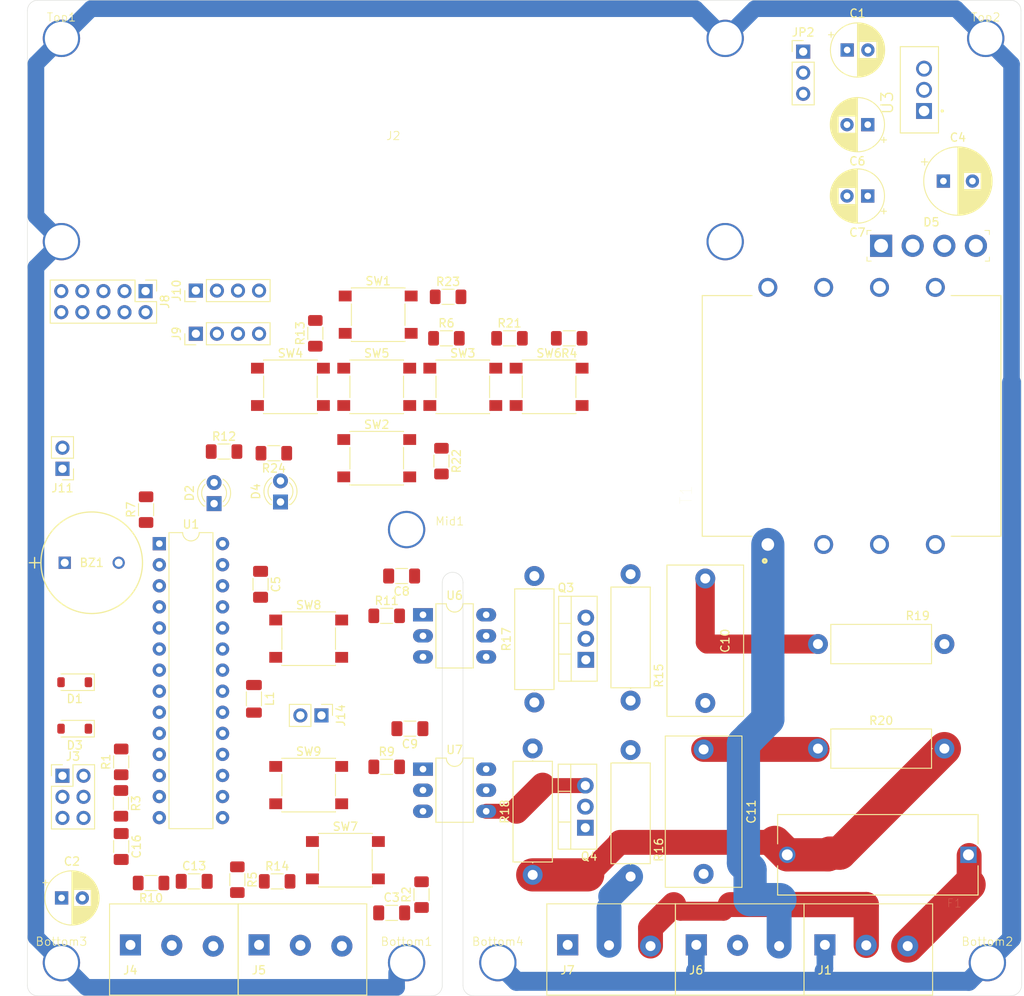
<source format=kicad_pcb>
(kicad_pcb (version 20221018) (generator pcbnew)
  (layers (0 "F.Cu" signal) (1 "In1.Cu" signal) (2 "In2.Cu" signal) (31 "B.Cu" signal) (34 "B.Paste" user) (35 "F.Paste" user) (36 "B.SilkS" user "B.Silkscreen") (37 "F.SilkS" user "F.Silkscreen") (38 "B.Mask" user) (39 "F.Mask" user) (44 "Edge.Cuts" user))
  (net 0 "")
  (net 1 "/5V1DIRTY")
  (net 2 "/driver-M2")
  (net 3 "Earth_Protective")
  (net 4 "AC")
  (net 5 "GNDREF")
  (net 6 "Net-(D5-AC-Pad2)")
  (net 7 "/driver-M1")
  (net 8 "Net-(D5-AC-Pad3)")
  (net 9 "Net-(D7-A)")
  (net 10 "/MOSI")
  (net 11 "/MISO")
  (net 12 "/SCK")
  (net 13 "/~{RESET}")
  (net 14 "/sensor1")
  (net 15 "/sensor2")
  (net 16 "/TRIAC AC M1")
  (net 17 "/TRIAC AC M2")
  (net 18 "VDD")
  (net 19 "+5V")
  (net 20 "/M1B")
  (net 25 "/M2B")
  (net 26 "Net-(C10-Pad1)")
  (net 27 "Net-(C11-Pad1)")
  (net 28 "/PB2")
  (net 29 "/TX")
  (net 30 "/RX")
  (net 31 "Net-(BZ1-+)")
  (net 32 "Net-(Q5-B)")
  (net 33 "/M1A")
  (net 34 "/M2A")
  (net 35 "/0-wire")
  (net 36 "/ACT")
  (net 37 "GND")
  (net 39 "Net-(R1-Pad1)")
  (net 40 "Net-(R4-Pad1)")
  (net 41 "Net-(R6-Pad1)")
  (net 42 "Net-(R13-Pad1)")
  (net 43 "Net-(R21-Pad1)")
  (net 44 "Net-(R22-Pad1)")
  (net 45 "Net-(R23-Pad1)")
  (net 46 "/UpSw")
  (net 47 "/DwnSw")
  (net 48 "/RightSw")
  (net 49 "/LeftSw")
  (net 50 "/SelSw")
  (net 51 "/RetSw")
  (net 52 "/AVCC")
  (net 55 "/sensor3")
  (net 56 "/SDA")
  (net 57 "/SCL")
  (net 59 "/SELA")
  (net 60 "/SELB")
  (net 61 "Net-(C5-Pad1)")
  (net 62 "Net-(D2-A)")
  (net 63 "Net-(D4-A)")
  (net 64 "Net-(R9-Pad1)")
  (net 65 "Net-(R11-Pad1)")
  (footprint "digikey-footprints:SIP-4_W3.81mm" (layer "F.Cu") (at 150.39 59.6)
    (fp_text reference "D5")
    (fp_text value "KBP04G")
  )
  (footprint "varaajamonitori:side3poscon" (layer "F.Cu") (at 143.6 143.9086)
    (fp_text reference "J1")
    (fp_text value "230Vin")
  )
  (footprint "varaajamonitori:side3poscon" (layer "F.Cu") (at 59.9 143.9172)
    (fp_text reference "J4")
    (fp_text value "SensorAAB")
  )
  (footprint "varaajamonitori:side3poscon" (layer "F.Cu") (at 75.4 143.9086)
    (fp_text reference "J5")
    (fp_text value "SensorBCC")
  )
  (footprint "varaajamonitori:side3poscon" (layer "F.Cu") (at 128.1 143.9086)
    (fp_text reference "J6")
    (fp_text value "RO1-230VAC-PUMP")
  )
  (footprint "varaajamonitori:side3poscon" (layer "F.Cu") (at 112.6 143.9086)
    (fp_text reference "J7")
    (fp_text value "RO2-230VAC-PUMP")
  )
  (footprint "Button_Switch_SMD:SW_Push_1P1T_NO_6x6mm_H9.5mm" (layer "F.Cu") (at 89.6 85.2)
    (fp_text reference "SW2")
    (fp_text value "DwnSw")
  )
  (footprint "Resistor_SMD:R_1206_3216Metric_Pad1.30x1.75mm_HandSolder" (layer "F.Cu") (at 98.2 65.75)
    (fp_text reference "R23")
    (fp_text value "10kR")
  )
  (footprint "Resistor_SMD:R_1206_3216Metric_Pad1.30x1.75mm_HandSolder" (layer "F.Cu") (at 112.8 70.75 180)
    (fp_text reference "R4")
    (fp_text value "10kR")
  )
  (footprint "Package_DIP:DIP-6_W7.62mm_LongPads" (layer "F.Cu") (at 95.175 122.675)
    (fp_text reference "U7")
    (fp_text value "MOC3020M")
  )
  (footprint "Resistor_SMD:R_1206_3216Metric_Pad1.30x1.75mm_HandSolder" (layer "F.Cu") (at 71.2 84.4)
    (fp_text reference "R12")
    (fp_text value "390R")
  )
  (footprint "Resistor_SMD:R_1206_3216Metric_Pad1.30x1.75mm_HandSolder" (layer "F.Cu") (at 72.8 136 -90)
    (fp_text reference "R5")
    (fp_text value "1000R")
  )
  (footprint "Package_DIP:DIP-28_W7.62mm" (layer "F.Cu") (at 63.4 95.5)
    (fp_text reference "U1")
    (fp_text value "ATmega328P-P")
  )
  (footprint "LED_THT:LED_D3.0mm" (layer "F.Cu") (at 70 90.675 90)
    (fp_text reference "D2")
    (fp_text value "LED")
  )
  (footprint "Resistor_THT:R_Axial_DIN0414_L11.9mm_D4.5mm_P15.24mm_Horizontal" (layer "F.Cu") (at 120.2 135.62 90)
    (fp_text reference "R16")
    (fp_text value "63R")
  )
  (footprint "Connector_PinHeader_2.54mm:PinHeader_1x04_P2.54mm_Vertical" (layer "F.Cu") (at 67.8 70.2 90)
    (fp_text reference "J9")
    (fp_text value "Conn_01x04_Socket" hide)
  )
  (footprint "Capacitor_SMD:C_1206_3216Metric_Pad1.33x1.80mm_HandSolder" (layer "F.Cu") (at 93.6 117.8 180)
    (fp_text reference "C9")
    (fp_text value "100nF")
  )
  (footprint "Resistor_SMD:R_1206_3216Metric_Pad1.30x1.75mm_HandSolder" (layer "F.Cu") (at 97.4 85.55 -90)
    (fp_text reference "R22")
    (fp_text value "10kR")
  )
  (footprint "Resistor_SMD:R_1206_3216Metric_Pad1.30x1.75mm_HandSolder" (layer "F.Cu") (at 95 137.8 90)
    (fp_text reference "R2")
    (fp_text value "1MR")
  )
  (footprint "varaajamonitori:Drill" (layer "F.Cu") (at 163 34.6)
    (fp_text reference "Top2")
    (fp_text value "Conn_01x01_Pin" hide)
  )
  (footprint "varaajamonitori:LCD1602 RGB MOD" (layer "F.Cu") (at 91.6 46.85)
    (fp_text reference "J2")
    (fp_text value locked "LCD1602RGB")
  )
  (footprint "Resistor_THT:R_Axial_DIN0414_L11.9mm_D4.5mm_P15.24mm_Horizontal" (layer "F.Cu") (at 142.78 120.2)
    (fp_text reference "R20")
    (fp_text value "47R")
  )
  (footprint "Package_DIP:DIP-6_W7.62mm_LongPads" (layer "F.Cu") (at 95.175 104.075)
    (fp_text reference "U6")
    (fp_text value "MOC3020M")
  )
  (footprint "Capacitor_SMD:C_1206_3216Metric_Pad1.33x1.80mm_HandSolder" (layer "F.Cu") (at 75.6 100.4 -90)
    (fp_text reference "C5")
    (fp_text value "100nF")
  )
  (footprint "4527:FUSE_4527" (layer "F.Cu") (at 150 133 180)
    (fp_text reference "F1")
    (fp_text value "4527")
  )
  (footprint "LED_THT:LED_D3.0mm" (layer "F.Cu") (at 78 90.475 90)
    (fp_text reference "D4")
    (fp_text value "LED")
  )
  (footprint "Capacitor_SMD:C_1206_3216Metric_Pad1.33x1.80mm_HandSolder" (layer "F.Cu") (at 58.8 132 -90)
    (fp_text reference "C16")
    (fp_text value "1uF")
  )
  (footprint "Connector_PinHeader_2.54mm:PinHeader_1x03_P2.54mm_Vertical" (layer "F.Cu") (at 141 36.2)
    (fp_text reference "JP2")
    (fp_text value "Jumper_3_Bridged12")
  )
  (footprint "Inductor_SMD:L_1206_3216Metric_Pad1.22x1.90mm_HandSolder" (layer "F.Cu") (at 74.8 114.2 -90)
    (fp_text reference "L1")
    (fp_text value "10uH")
  )
  (footprint "varaajamonitori:Drill" (layer "F.Cu") (at 51.6 146)
    (fp_text reference locked "Bottom3")
    (fp_text value "Conn_01x01_Pin" hide)
  )
  (footprint "Button_Switch_SMD:SW_Push_1P1T_NO_6x6mm_H9.5mm" (layer "F.Cu") (at 79.2 76.6)
    (fp_text reference "SW4")
    (fp_text value "LeftSw")
  )
  (footprint "Connector_PinHeader_2.54mm:PinHeader_1x04_P2.54mm_Vertical" (layer "F.Cu") (at 67.8 65 90)
    (fp_text reference "J10")
    (fp_text value "Conn_01x04_Socket")
  )
  (footprint "FS12-090-C2:XFMR_FS12-090-C2" (layer "F.Cu") (at 146.8345 80.106 90)
    (fp_text reference "T1")
    (fp_text value "FS12-090-C2")
  )
  (footprint "Resistor_SMD:R_1206_3216Metric_Pad1.30x1.75mm_HandSolder" (layer "F.Cu") (at 98 70.75)
    (fp_text reference "R6")
    (fp_text value "10kR")
  )
  (footprint "Resistor_SMD:R_1206_3216Metric_Pad1.30x1.75mm_HandSolder" (layer "F.Cu") (at 77.6 136.2)
    (fp_text reference "R14")
    (fp_text value "1000R")
  )
  (footprint "Button_Switch_SMD:SW_Push_1P1T_NO_6x6mm_H9.5mm" (layer "F.Cu") (at 85.825 133.65)
    (fp_text reference "SW7")
    (fp_text value "Reset")
  )
  (footprint "Connector_PinHeader_2.54mm:PinHeader_1x02_P2.54mm_Vertical" (layer "F.Cu") (at 82.94 116.2 -90)
    (fp_text reference "J14")
    (fp_text value "Conn_01x02_Socket" hide)
  )
  (footprint "Button_Switch_SMD:SW_Push_1P1T_NO_6x6mm_H9.5mm" (layer "F.Cu") (at 89.6 76.6)
    (fp_text reference "SW5")
    (fp_text value "SelSw")
  )
  (footprint "Resistor_THT:R_Axial_DIN0414_L11.9mm_D4.5mm_P15.24mm_Horizontal" (layer "F.Cu") (at 108.6 114.64 90)
    (fp_text reference "R17")
    (fp_text value "47R")
  )
  (footprint "varaajamonitori:Drill" (layer "F.Cu") (at 163.2 146)
    (fp_text reference locked "Bottom2")
    (fp_text value "Conn_01x01_Pin" hide)
  )
  (footprint "Button_Switch_SMD:SW_Push_1P1T_NO_6x6mm_H9.5mm" (layer "F.Cu") (at 89.775 67.9)
    (fp_text reference "SW1")
    (fp_text value "UpSw")
  )
  (footprint "Capacitor_SMD:C_1206_3216Metric_Pad1.33x1.80mm_HandSolder" (layer "F.Cu") (at 67.6 136.2)
    (fp_text reference "C13")
    (fp_text value "100nF")
  )
  (footprint "Resistor_SMD:R_1206_3216Metric_Pad1.30x1.75mm_HandSolder" (layer "F.Cu") (at 61.8 91.4 90)
    (fp_text reference "R7")
    (fp_text value "10kR")
  )
  (footprint "Resistor_SMD:R_1206_3216Metric_Pad1.30x1.75mm_HandSolder" (layer "F.Cu") (at 105.6 70.75)
    (fp_text reference "R21")
    (fp_text value "10kR")
  )
  (footprint "varaajamonitori2:TO255P1040X460X1968-3" (layer "F.Cu") (at 155.568 43.35 90)
    (fp_text reference "U3")
    (fp_text value "L7805CV")
  )
  (footprint "Resistor_SMD:R_1206_3216Metric_Pad1.30x1.75mm_HandSolder" (layer "F.Cu") (at 90.8 104.2)
    (fp_text reference "R11")
    (fp_text value "270R")
  )
  (footprint "Resistor_SMD:R_1206_3216Metric_Pad1.30x1.75mm_HandSolder" (layer "F.Cu") (at 77.2 84.6 180)
    (fp_text reference "R24")
    (fp_text value "390R")
  )
  (footprint "Capacitor_SMD:C_1206_3216Metric_Pad1.33x1.80mm_HandSolder" (layer "F.Cu") (at 92.6 99.4 180)
    (fp_text reference "C8")
    (fp_text value "100nF")
  )
  (footprint "Capacitor_THT:CP_Radial_D6.3mm_P2.50mm" (layer "F.Cu") (at 51.6176 138.2)
    (fp_text reference "C2")
    (fp_text value "10uf")
  )
  (footprint "Connector_PinHeader_2.54mm:PinHeader_2x05_P2.54mm_Vertical" (layer "F.Cu") (at 61.74 65.06 -90)
    (fp_text reference "J8")
    (fp_text value "AVR-ISP-10")
  )
  (footprint "footprints:CEM-1206S_CUD" (layer "F.Cu") (at 52 97.8)
    (fp_text reference "BZ1")
    (fp_text value "Buzzer")
  )
  (footprint "Capacitor_THT:CP_Radial_D6.3mm_P2.50mm" (layer "F.Cu") (at 148.7824 53.6 180)
    (fp_text reference "C7")
    (fp_text value "1uF")
  )
  (footprint "Diode_SMD:D_SOD-123" (layer "F.Cu") (at 53.2 117.8 180)
    (fp_text reference "D3")
    (fp_text value "1N4148W-TP")
  )
  (footprint "Button_Switch_SMD:SW_Push_1P1T_NO_6x6mm_H9.5mm" (layer "F.Cu") (at 110.375 76.6)
    (fp_text reference "SW6")
    (fp_text value "RetSw")
  )
  (footprint "Resistor_THT:R_Axial_DIN0414_L11.9mm_D4.5mm_P15.24mm_Horizontal" (layer "F.Cu") (at 108.4 135.42 90)
    (fp_text reference "R18")
    (fp_text value "47R")
  )
  (footprint "Button_Switch_SMD:SW_Push_1P1T_NO_6x6mm_H9.5mm" (layer "F.Cu") (at 81.4 124.6)
    (fp_text reference "SW9")
    (fp_text value "Test2")
  )
  (footprint "Capacitor_THT:CP_Radial_D8.0mm_P3.50mm" (layer "F.Cu") (at 157.9 51.8)
    (fp_text reference "C4")
    (fp_text value "1000uF")
  )
  (footprint "varaajamonitori:Drill" (layer "F.Cu") (at 51.6 34.6)
    (fp_text reference "Top1")
    (fp_text value "Conn_01x01_Pin" hide)
  )
  (footprint "Resistor_SMD:R_1206_3216Metric_Pad1.30x1.75mm_HandSolder" (layer "F.Cu") (at 58.77 126.8 -90)
    (fp_text reference "R3")
    (fp_text value "470R")
  )
  (footprint "Capacitor_SMD:C_1206_3216Metric_Pad1.33x1.80mm_HandSolder" (layer "F.Cu") (at 91.4 140)
    (fp_text reference "C3")
    (fp_text value "10nF")
  )
  (footprint "Capacitor_THT:C_Rect_L18.0mm_W9.0mm_P15.00mm_FKS3_FKP3" (layer "F.Cu") (at 129 120.3 -90)
    (fp_text reference "C11")
    (fp_text value "0uF22")
  )
  (footprint "Button_Switch_SMD:SW_Push_1P1T_NO_6x6mm_H9.5mm" (layer "F.Cu") (at 81.4 106.95)
    (fp_text reference "SW8")
    (fp_text value "Test1")
  )
  (footprint "Connector_PinHeader_2.54mm:PinHeader_1x02_P2.54mm_Vertical" (layer "F.Cu") (at 51.725 86.475 180)
    (fp_text reference "J11")
    (fp_text value "Conn_01x02_Socket")
  )
  (footprint "Capacitor_THT:C_Rect_L18.0mm_W9.0mm_P15.00mm_FKS3_FKP3" (layer "F.Cu") (at 129.2 99.7 -90)
    (fp_text reference "C10")
    (fp_text value "0uF22")
  )
  (footprint "Button_Switch_SMD:SW_Push_1P1T_NO_6x6mm_H9.5mm" (layer "F.Cu") (at 99.975 76.6)
    (fp_text reference "SW3")
    (fp_text value "RightSw")
  )
  (footprint "Resistor_SMD:R_1206_3216Metric_Pad1.30x1.75mm_HandSolder" (layer "F.Cu") (at 62.4 136.4 180)
    (fp_text reference "R10")
    (fp_text value "1000R")
  )
  (footprint "Resistor_THT:R_Axial_DIN0414_L11.9mm_D4.5mm_P15.24mm_Horizontal" (layer "F.Cu") (at 142.78 107.6)
    (fp_text reference "R19")
    (fp_text value "47R")
  )
  (footprint "Resistor_THT:R_Axial_DIN0414_L11.9mm_D4.5mm_P15.24mm_Horizontal" (layer "F.Cu") (at 120.2 114.42 90)
    (fp_text reference "R15")
    (fp_text value "63R")
  )
  (footprint "varaajamonitori:Drill" (layer "F.Cu") (at 93.2 93.8)
    (fp_text reference "Mid1")
    (fp_text value "Conn_01x01_Pin" hide)
  )
  (footprint "Resistor_SMD:R_1206_3216Metric_Pad1.30x1.75mm_HandSolder" (layer "F.Cu") (at 58.8 121.8 90)
    (fp_text reference "R1")
    (fp_text value "10kR")
  )
  (footprint "Connector_PinHeader_2.54mm:PinHeader_2x03_P2.54mm_Vertical" (layer "F.Cu") (at 51.725 123.475)
    (fp_text reference "J3")
    (fp_text value "AVR-ISP-6")
  )
  (footprint "Package_TO_SOT_THT:TO-220-3_Vertical" (layer "F.Cu") (at 114.8 109.5 90)
    (fp_text reference "Q3")
    (fp_text value "BT136-500" hide)
  )
  (footprint "varaajamonitori:Drill" (layer "F.Cu") (at 104.2 146)
    (fp_text reference "Bottom4")
    (fp_text value "Conn_01x01_Pin" hide)
  )
  (footprint "Diode_SMD:D_SOD-123" (layer "F.Cu") (at 53.2 112.2 180)
    (fp_text reference "D1")
    (fp_text value "1N4148W-TP")
  )
  (footprint "Capacitor_THT:CP_Radial_D6.3mm_P2.50mm" (layer "F.Cu") (at 148.7824 45 180)
    (fp_text reference "C6")
    (fp_text value "1uF")
  )
  (footprint "Package_TO_SOT_THT:TO-220-3_Vertical" (layer "F.Cu") (at 114.745 129.74 90)
    (fp_text reference "Q4")
    (fp_text value "BT136-500" hide)
  )
  (footprint "varaajamonitori:Drill" (layer "F.Cu") (at 93.2 146)
    (fp_text reference "Bottom1")
    (fp_text value "Conn_01x01_Pin" hide)
  )
  (footprint "Capacitor_THT:CP_Radial_D6.3mm_P2.50mm" (layer "F.Cu") (at 146.3 36)
    (fp_text reference "C1")
    (fp_text value "10uf")
  )
  (footprint "Resistor_SMD:R_1206_3216Metric_Pad1.30x1.75mm_HandSolder" (layer "F.Cu") (at 90.8 122.4)
    (fp_text reference "R9")
    (fp_text value "270R")
  )
  (footprint "Resistor_SMD:R_1206_3216Metric_Pad1.30x1.75mm_HandSolder" (layer "F.Cu") (at 82.2 70.15 90)
    (fp_text reference "R13")
    (fp_text value "10kR")
  )
  (gr_arc locked (start 98.75 98.95) (mid 99.633883 99.316117) (end 100 100.2) (stroke (width 0.05)) (layer "Edge.Cuts"))
  (gr_arc locked (start 97.5 148.75) (mid 97.133883 149.633883) (end 96.25 150) (stroke (width 0.05)) (layer "Edge.Cuts"))
  (gr_arc locked (start 101.25 150) (mid 100.366117 149.633883) (end 100 148.75) (stroke (width 0.05)) (layer "Edge.Cuts"))
  (gr_arc locked (start 167.334634 148.665366) (mid 166.943729 149.609095) (end 166 150) (stroke (width 0.05)) (layer "Edge.Cuts"))
  (gr_arc locked (start 48.75 150) (mid 47.866117 149.633883) (end 47.5 148.75) (stroke (width 0.05)) (layer "Edge.Cuts"))
  (gr_arc locked (start 47.5 31.25) (mid 47.866117 30.366117) (end 48.75 30) (stroke (width 0.05)) (layer "Edge.Cuts"))
  (gr_arc locked (start 166 30) (mid 166.883883 30.366117) (end 167.25 31.25) (stroke (width 0.05)) (layer "Edge.Cuts"))
  (gr_line locked (start 100 100.2) (end 100 148.75) (stroke (width 0.05)) (layer "Edge.Cuts"))
  (gr_line locked (start 97.5 148.75) (end 97.5 100.2) (stroke (width 0.05)) (layer "Edge.Cuts"))
  (gr_line locked (start 48.75 150) (end 96.25 150) (stroke (width 0.05)) (layer "Edge.Cuts"))
  (gr_arc locked (start 97.5 100.2) (mid 97.866117 99.316117) (end 98.75 98.95) (stroke (width 0.05)) (layer "Edge.Cuts"))
  (gr_line locked (start 101.25 150) (end 166 150) (stroke (width 0.05)) (layer "Edge.Cuts"))
  (gr_line locked (start 166 30) (end 48.75 30) (stroke (width 0.05)) (layer "Edge.Cuts"))
  (gr_line locked (start 167.334634 148.665366) (end 167.25 31.25) (stroke (width 0.05)) (layer "Edge.Cuts"))
  (gr_line locked (start 47.5 148.75) (end 47.5 31.25) (stroke (width 0.05)) (layer "Edge.Cuts"))
  (segment locked (start 92 148.975) (end 92 147.2) (width 2) (layer "B.Cu") (net 3))
  (segment locked (start 143.618 143.8555) (end 143.618 145.291) (width 2) (layer "B.Cu") (net 3))
  (segment locked (start 143.396 146.949) (end 143.618 146.727) (width 2) (layer "B.Cu") (net 3))
  (segment locked (start 128.118 146.727) (end 128.118 145.291) (width 2) (layer "B.Cu") (net 3))
  (segment locked (start 143.396 148.25) (end 143.396 146.949) (width 2) (layer "B.Cu") (net 3))
  (segment locked (start 48.525 37.675) (end 48.525 56.025) (width 2) (layer "B.Cu") (net 3))
  (segment locked (start 163 34.6) (end 166.114317 37.714317) (width 2) (layer "B.Cu") (net 3))
  (segment locked (start 55.175 31.025) (end 51.6 34.6) (width 2) (layer "B.Cu") (net 3))
  (segment locked (start 127.896 146.949) (end 128.118 146.727) (width 2) (layer "B.Cu") (net 3))
  (segment locked (start 166.114317 37.714317) (end 166.114317 76.085304) (width 2) (layer "B.Cu") (net 3))
  (segment locked (start 135.175 31.025) (end 131.6 34.6) (width 2) (layer "B.Cu") (net 3))
  (segment locked (start 54.575 148.975) (end 92 148.975) (width 2) (layer "B.Cu") (net 3))
  (segment locked (start 163.2 146) (end 166.114317 143.085683) (width 2.286) (layer "B.Cu") (net 3))
  (segment locked (start 51.6 59.1) (end 48.525 62.175) (width 2) (layer "B.Cu") (net 3))
  (segment locked (start 163 34.6) (end 159.425 31.025) (width 2) (layer "B.Cu") (net 3))
  (segment locked (start 160.95 148.25) (end 163.2 146) (width 2.286) (layer "B.Cu") (net 3))
  (segment locked (start 128.025 31.025) (end 55.175 31.025) (width 2) (layer "B.Cu") (net 3))
  (segment locked (start 104.2 146) (end 106.45 148.25) (width 2.286) (layer "B.Cu") (net 3))
  (segment locked (start 128.1178 143.8553) (end 128.118 143.8555) (width 2) (layer "B.Cu") (net 3))
  (segment locked (start 106.45 148.25) (end 160.95 148.25) (width 2.286) (layer "B.Cu") (net 3))
  (segment locked (start 143.618 146.727) (end 143.618 145.291) (width 2) (layer "B.Cu") (net 3))
  (segment locked (start 51.6 146) (end 48.525 142.925) (width 2) (layer "B.Cu") (net 3))
  (segment locked (start 166.114317 143.085683) (end 166.114317 76.085304) (width 2.286) (layer "B.Cu") (net 3))
  (segment locked (start 51.6 146) (end 54.575 148.975) (width 2) (layer "B.Cu") (net 3))
  (segment locked (start 48.525 56.025) (end 51.6 59.1) (width 2) (layer "B.Cu") (net 3))
  (segment locked (start 127.896 148.25) (end 127.896 146.949) (width 2) (layer "B.Cu") (net 3))
  (segment locked (start 51.6 34.6) (end 48.525 37.675) (width 2) (layer "B.Cu") (net 3))
  (segment locked (start 159.425 31.025) (end 135.175 31.025) (width 2) (layer "B.Cu") (net 3))
  (segment locked (start 128.118 143.8555) (end 128.118 145.291) (width 2) (layer "B.Cu") (net 3))
  (segment locked (start 131.6 34.6) (end 128.025 31.025) (width 2) (layer "B.Cu") (net 3))
  (segment locked (start 48.525 62.175) (end 48.525 142.925) (width 2) (layer "B.Cu") (net 3))
  (segment locked (start 143.6178 143.8553) (end 143.618 143.8555) (width 2) (layer "B.Cu") (net 3))
  (segment locked (start 145.42 132.8) (end 144.2 132.8) (width 4) (layer "F.Cu") (net 4))
  (segment locked (start 137.58 131.5) (end 118.945988 131.5) (width 3) (layer "F.Cu") (net 4))
  (segment locked (start 144 133) (end 139.08 133) (width 4) (layer "F.Cu") (net 4))
  (segment locked (start 158.02 120.2) (end 145.42 132.8) (width 4) (layer "F.Cu") (net 4))
  (segment locked (start 144.2 132.8) (end 144 133) (width 4) (layer "F.Cu") (net 4))
  (segment locked (start 118.945988 131.5) (end 115.025988 135.42) (width 2.8) (layer "F.Cu") (net 4))
  (segment locked (start 115.025988 135.42) (end 108.4 135.42) (width 4) (layer "F.Cu") (net 4))
  (segment locked (start 139.08 133) (end 137.58 131.5) (width 4) (layer "F.Cu") (net 4))
  (segment locked (start 148.6 139) (end 138.2 139) (width 3.048) (layer "F.Cu") (net 5))
  (segment locked (start 125.4 139) (end 126.2 139.8) (width 2.286) (layer "F.Cu") (net 5))
  (segment locked (start 131.4 139.8) (end 132.2 139) (width 2.286) (layer "F.Cu") (net 5))
  (segment locked (start 125.4 139) (end 122.6 141.8) (width 3) (layer "F.Cu") (net 5))
  (segment locked (start 138.1 144.00004) (end 138.1 139.1) (width 2.286) (layer "F.Cu") (net 5))
  (segment locked (start 138.1 139.1) (end 138.2 139) (width 2.286) (layer "F.Cu") (net 5))
  (segment locked (start 138.2 139) (end 132.2 139) (width 3) (layer "F.Cu") (net 5))
  (segment locked (start 122.6 141.8) (end 122.6 144.00004) (width 3) (layer "F.Cu") (net 5))
  (segment locked (start 148.6 143.9086) (end 148.6 139) (width 3.048) (layer "F.Cu") (net 5))
  (segment locked (start 126.2 139.8) (end 131.4 139.8) (width 2.286) (layer "F.Cu") (net 5))
  (segment locked (start 138.2 138.4) (end 134.6 138.4) (width 4) (layer "B.Cu") (net 5))
  (segment locked (start 136.738 116.662) (end 136.738 95.6) (width 4) (layer "B.Cu") (net 5))
  (segment locked (start 136.347 95.991) (end 136.738 95.6) (width 2.286) (layer "B.Cu") (net 5))
  (segment locked (start 133.8 119.6) (end 134.6 118.8) (width 4) (layer "B.Cu") (net 5))
  (segment locked (start 134.6 138.4) (end 134.6 134.8) (width 4) (layer "B.Cu") (net 5))
  (segment locked (start 134.6 134.8) (end 133.8 134) (width 4) (layer "B.Cu") (net 5))
  (segment locked (start 133.8 134) (end 133.8 119.6) (width 4) (layer "B.Cu") (net 5))
  (segment locked (start 138.1 144.00004) (end 138.1 138.5) (width 3) (layer "B.Cu") (net 5))
  (segment locked (start 138.1 138.5) (end 138.2 138.4) (width 2.286) (layer "B.Cu") (net 5))
  (segment locked (start 134.6 118.8) (end 136.738 116.662) (width 4) (layer "B.Cu") (net 5))
  (segment locked (start 120.2 135.62) (end 117.8 138.02) (width 3) (layer "B.Cu") (net 17))
  (segment locked (start 117.8 138.02) (end 117.8 139.2) (width 2) (layer "B.Cu") (net 17))
  (segment locked (start 117.6 139.4) (end 117.6 143.9086) (width 3) (layer "B.Cu") (net 17))
  (segment locked (start 117.8 139.2) (end 117.6 139.4) (width 2) (layer "B.Cu") (net 17))
  (segment locked (start 109.66 124.66) (end 114.745 124.66) (width 1.8) (layer "F.Cu") (net 25))
  (segment locked (start 106.445 127.755) (end 109.6 124.6) (width 3) (layer "F.Cu") (net 25))
  (segment locked (start 109.6 124.6) (end 109.66 124.66) (width 1.524) (layer "F.Cu") (net 25))
  (segment locked (start 102.795 127.755) (end 106.445 127.755) (width 1.8) (layer "F.Cu") (net 25))
  (segment locked (start 129.2 107.4) (end 129.2 99.7) (width 2.286) (layer "F.Cu") (net 26))
  (segment locked (start 129.4 107.6) (end 129.2 107.4) (width 2.286) (layer "F.Cu") (net 26))
  (segment locked (start 142.78 107.6) (end 129.4 107.6) (width 2.286) (layer "F.Cu") (net 26))
  (segment locked (start 142.68 120.3) (end 142.78 120.2) (width 0.3) (layer "F.Cu") (net 27))
  (segment locked (start 129.1 120.2) (end 129 120.3) (width 0.3) (layer "F.Cu") (net 27))
  (segment locked (start 129 120.3) (end 142.68 120.3) (width 3) (layer "F.Cu") (net 27))
  (segment locked (start 161 133.08) (end 160.92 133) (width 2.286) (layer "F.Cu") (net 35))
  (segment locked (start 153.6 144.00004) (end 161 136.60004) (width 4) (layer "F.Cu") (net 35))
  (segment locked (start 161 136.60004) (end 161 133.08) (width 3) (layer "F.Cu") (net 35))
)
</source>
